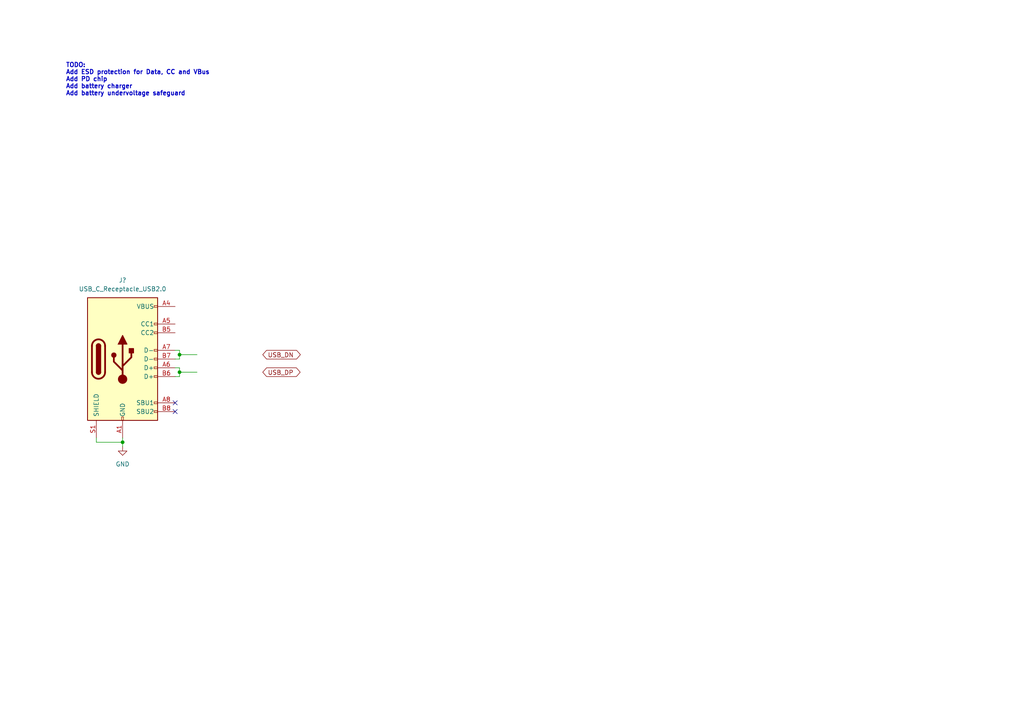
<source format=kicad_sch>
(kicad_sch (version 20211123) (generator eeschema)

  (uuid 0895eeed-4dd6-4f47-bce5-a419271b347f)

  (paper "A4")

  (lib_symbols
    (symbol "Connector:USB_C_Receptacle_USB2.0" (pin_names (offset 1.016)) (in_bom yes) (on_board yes)
      (property "Reference" "J" (id 0) (at -10.16 19.05 0)
        (effects (font (size 1.27 1.27)) (justify left))
      )
      (property "Value" "USB_C_Receptacle_USB2.0" (id 1) (at 19.05 19.05 0)
        (effects (font (size 1.27 1.27)) (justify right))
      )
      (property "Footprint" "" (id 2) (at 3.81 0 0)
        (effects (font (size 1.27 1.27)) hide)
      )
      (property "Datasheet" "https://www.usb.org/sites/default/files/documents/usb_type-c.zip" (id 3) (at 3.81 0 0)
        (effects (font (size 1.27 1.27)) hide)
      )
      (property "ki_keywords" "usb universal serial bus type-C USB2.0" (id 4) (at 0 0 0)
        (effects (font (size 1.27 1.27)) hide)
      )
      (property "ki_description" "USB 2.0-only Type-C Receptacle connector" (id 5) (at 0 0 0)
        (effects (font (size 1.27 1.27)) hide)
      )
      (property "ki_fp_filters" "USB*C*Receptacle*" (id 6) (at 0 0 0)
        (effects (font (size 1.27 1.27)) hide)
      )
      (symbol "USB_C_Receptacle_USB2.0_0_0"
        (rectangle (start -0.254 -17.78) (end 0.254 -16.764)
          (stroke (width 0) (type default) (color 0 0 0 0))
          (fill (type none))
        )
        (rectangle (start 10.16 -14.986) (end 9.144 -15.494)
          (stroke (width 0) (type default) (color 0 0 0 0))
          (fill (type none))
        )
        (rectangle (start 10.16 -12.446) (end 9.144 -12.954)
          (stroke (width 0) (type default) (color 0 0 0 0))
          (fill (type none))
        )
        (rectangle (start 10.16 -4.826) (end 9.144 -5.334)
          (stroke (width 0) (type default) (color 0 0 0 0))
          (fill (type none))
        )
        (rectangle (start 10.16 -2.286) (end 9.144 -2.794)
          (stroke (width 0) (type default) (color 0 0 0 0))
          (fill (type none))
        )
        (rectangle (start 10.16 0.254) (end 9.144 -0.254)
          (stroke (width 0) (type default) (color 0 0 0 0))
          (fill (type none))
        )
        (rectangle (start 10.16 2.794) (end 9.144 2.286)
          (stroke (width 0) (type default) (color 0 0 0 0))
          (fill (type none))
        )
        (rectangle (start 10.16 7.874) (end 9.144 7.366)
          (stroke (width 0) (type default) (color 0 0 0 0))
          (fill (type none))
        )
        (rectangle (start 10.16 10.414) (end 9.144 9.906)
          (stroke (width 0) (type default) (color 0 0 0 0))
          (fill (type none))
        )
        (rectangle (start 10.16 15.494) (end 9.144 14.986)
          (stroke (width 0) (type default) (color 0 0 0 0))
          (fill (type none))
        )
      )
      (symbol "USB_C_Receptacle_USB2.0_0_1"
        (rectangle (start -10.16 17.78) (end 10.16 -17.78)
          (stroke (width 0.254) (type default) (color 0 0 0 0))
          (fill (type background))
        )
        (arc (start -8.89 -3.81) (mid -6.985 -5.715) (end -5.08 -3.81)
          (stroke (width 0.508) (type default) (color 0 0 0 0))
          (fill (type none))
        )
        (arc (start -7.62 -3.81) (mid -6.985 -4.445) (end -6.35 -3.81)
          (stroke (width 0.254) (type default) (color 0 0 0 0))
          (fill (type none))
        )
        (arc (start -7.62 -3.81) (mid -6.985 -4.445) (end -6.35 -3.81)
          (stroke (width 0.254) (type default) (color 0 0 0 0))
          (fill (type outline))
        )
        (rectangle (start -7.62 -3.81) (end -6.35 3.81)
          (stroke (width 0.254) (type default) (color 0 0 0 0))
          (fill (type outline))
        )
        (arc (start -6.35 3.81) (mid -6.985 4.445) (end -7.62 3.81)
          (stroke (width 0.254) (type default) (color 0 0 0 0))
          (fill (type none))
        )
        (arc (start -6.35 3.81) (mid -6.985 4.445) (end -7.62 3.81)
          (stroke (width 0.254) (type default) (color 0 0 0 0))
          (fill (type outline))
        )
        (arc (start -5.08 3.81) (mid -6.985 5.715) (end -8.89 3.81)
          (stroke (width 0.508) (type default) (color 0 0 0 0))
          (fill (type none))
        )
        (circle (center -2.54 1.143) (radius 0.635)
          (stroke (width 0.254) (type default) (color 0 0 0 0))
          (fill (type outline))
        )
        (circle (center 0 -5.842) (radius 1.27)
          (stroke (width 0) (type default) (color 0 0 0 0))
          (fill (type outline))
        )
        (polyline
          (pts
            (xy -8.89 -3.81)
            (xy -8.89 3.81)
          )
          (stroke (width 0.508) (type default) (color 0 0 0 0))
          (fill (type none))
        )
        (polyline
          (pts
            (xy -5.08 3.81)
            (xy -5.08 -3.81)
          )
          (stroke (width 0.508) (type default) (color 0 0 0 0))
          (fill (type none))
        )
        (polyline
          (pts
            (xy 0 -5.842)
            (xy 0 4.318)
          )
          (stroke (width 0.508) (type default) (color 0 0 0 0))
          (fill (type none))
        )
        (polyline
          (pts
            (xy 0 -3.302)
            (xy -2.54 -0.762)
            (xy -2.54 0.508)
          )
          (stroke (width 0.508) (type default) (color 0 0 0 0))
          (fill (type none))
        )
        (polyline
          (pts
            (xy 0 -2.032)
            (xy 2.54 0.508)
            (xy 2.54 1.778)
          )
          (stroke (width 0.508) (type default) (color 0 0 0 0))
          (fill (type none))
        )
        (polyline
          (pts
            (xy -1.27 4.318)
            (xy 0 6.858)
            (xy 1.27 4.318)
            (xy -1.27 4.318)
          )
          (stroke (width 0.254) (type default) (color 0 0 0 0))
          (fill (type outline))
        )
        (rectangle (start 1.905 1.778) (end 3.175 3.048)
          (stroke (width 0.254) (type default) (color 0 0 0 0))
          (fill (type outline))
        )
      )
      (symbol "USB_C_Receptacle_USB2.0_1_1"
        (pin passive line (at 0 -22.86 90) (length 5.08)
          (name "GND" (effects (font (size 1.27 1.27))))
          (number "A1" (effects (font (size 1.27 1.27))))
        )
        (pin passive line (at 0 -22.86 90) (length 5.08) hide
          (name "GND" (effects (font (size 1.27 1.27))))
          (number "A12" (effects (font (size 1.27 1.27))))
        )
        (pin passive line (at 15.24 15.24 180) (length 5.08)
          (name "VBUS" (effects (font (size 1.27 1.27))))
          (number "A4" (effects (font (size 1.27 1.27))))
        )
        (pin bidirectional line (at 15.24 10.16 180) (length 5.08)
          (name "CC1" (effects (font (size 1.27 1.27))))
          (number "A5" (effects (font (size 1.27 1.27))))
        )
        (pin bidirectional line (at 15.24 -2.54 180) (length 5.08)
          (name "D+" (effects (font (size 1.27 1.27))))
          (number "A6" (effects (font (size 1.27 1.27))))
        )
        (pin bidirectional line (at 15.24 2.54 180) (length 5.08)
          (name "D-" (effects (font (size 1.27 1.27))))
          (number "A7" (effects (font (size 1.27 1.27))))
        )
        (pin bidirectional line (at 15.24 -12.7 180) (length 5.08)
          (name "SBU1" (effects (font (size 1.27 1.27))))
          (number "A8" (effects (font (size 1.27 1.27))))
        )
        (pin passive line (at 15.24 15.24 180) (length 5.08) hide
          (name "VBUS" (effects (font (size 1.27 1.27))))
          (number "A9" (effects (font (size 1.27 1.27))))
        )
        (pin passive line (at 0 -22.86 90) (length 5.08) hide
          (name "GND" (effects (font (size 1.27 1.27))))
          (number "B1" (effects (font (size 1.27 1.27))))
        )
        (pin passive line (at 0 -22.86 90) (length 5.08) hide
          (name "GND" (effects (font (size 1.27 1.27))))
          (number "B12" (effects (font (size 1.27 1.27))))
        )
        (pin passive line (at 15.24 15.24 180) (length 5.08) hide
          (name "VBUS" (effects (font (size 1.27 1.27))))
          (number "B4" (effects (font (size 1.27 1.27))))
        )
        (pin bidirectional line (at 15.24 7.62 180) (length 5.08)
          (name "CC2" (effects (font (size 1.27 1.27))))
          (number "B5" (effects (font (size 1.27 1.27))))
        )
        (pin bidirectional line (at 15.24 -5.08 180) (length 5.08)
          (name "D+" (effects (font (size 1.27 1.27))))
          (number "B6" (effects (font (size 1.27 1.27))))
        )
        (pin bidirectional line (at 15.24 0 180) (length 5.08)
          (name "D-" (effects (font (size 1.27 1.27))))
          (number "B7" (effects (font (size 1.27 1.27))))
        )
        (pin bidirectional line (at 15.24 -15.24 180) (length 5.08)
          (name "SBU2" (effects (font (size 1.27 1.27))))
          (number "B8" (effects (font (size 1.27 1.27))))
        )
        (pin passive line (at 15.24 15.24 180) (length 5.08) hide
          (name "VBUS" (effects (font (size 1.27 1.27))))
          (number "B9" (effects (font (size 1.27 1.27))))
        )
        (pin passive line (at -7.62 -22.86 90) (length 5.08)
          (name "SHIELD" (effects (font (size 1.27 1.27))))
          (number "S1" (effects (font (size 1.27 1.27))))
        )
      )
    )
    (symbol "power:GND" (power) (pin_names (offset 0)) (in_bom yes) (on_board yes)
      (property "Reference" "#PWR" (id 0) (at 0 -6.35 0)
        (effects (font (size 1.27 1.27)) hide)
      )
      (property "Value" "GND" (id 1) (at 0 -3.81 0)
        (effects (font (size 1.27 1.27)))
      )
      (property "Footprint" "" (id 2) (at 0 0 0)
        (effects (font (size 1.27 1.27)) hide)
      )
      (property "Datasheet" "" (id 3) (at 0 0 0)
        (effects (font (size 1.27 1.27)) hide)
      )
      (property "ki_keywords" "power-flag" (id 4) (at 0 0 0)
        (effects (font (size 1.27 1.27)) hide)
      )
      (property "ki_description" "Power symbol creates a global label with name \"GND\" , ground" (id 5) (at 0 0 0)
        (effects (font (size 1.27 1.27)) hide)
      )
      (symbol "GND_0_1"
        (polyline
          (pts
            (xy 0 0)
            (xy 0 -1.27)
            (xy 1.27 -1.27)
            (xy 0 -2.54)
            (xy -1.27 -1.27)
            (xy 0 -1.27)
          )
          (stroke (width 0) (type default) (color 0 0 0 0))
          (fill (type none))
        )
      )
      (symbol "GND_1_1"
        (pin power_in line (at 0 0 270) (length 0) hide
          (name "GND" (effects (font (size 1.27 1.27))))
          (number "1" (effects (font (size 1.27 1.27))))
        )
      )
    )
  )

  (junction (at 35.56 128.27) (diameter 0) (color 0 0 0 0)
    (uuid 187822b3-7e99-4bf1-80a2-dd0a3f44533b)
  )
  (junction (at 52.07 102.87) (diameter 0) (color 0 0 0 0)
    (uuid 7185c908-223a-4948-9ddc-7063fbd6bfbb)
  )
  (junction (at 52.07 107.95) (diameter 0) (color 0 0 0 0)
    (uuid ed4fcd73-df39-4083-802a-e97a2f65892d)
  )

  (no_connect (at 50.8 116.84) (uuid 9c177a2a-9c7e-4bec-ad41-5b8e94e37665))
  (no_connect (at 50.8 119.38) (uuid de109aa9-5f21-4447-9066-31ab935adceb))

  (wire (pts (xy 50.8 101.6) (xy 52.07 101.6))
    (stroke (width 0) (type default) (color 0 0 0 0))
    (uuid 1807b267-487e-4758-9585-d5bca384785b)
  )
  (wire (pts (xy 52.07 101.6) (xy 52.07 102.87))
    (stroke (width 0) (type default) (color 0 0 0 0))
    (uuid 311617d6-1ed8-466d-ae85-6ffd9db667e8)
  )
  (wire (pts (xy 52.07 109.22) (xy 52.07 107.95))
    (stroke (width 0) (type default) (color 0 0 0 0))
    (uuid 31aaf41d-1f60-4fac-9567-ad8371037c1f)
  )
  (wire (pts (xy 35.56 128.27) (xy 35.56 127))
    (stroke (width 0) (type default) (color 0 0 0 0))
    (uuid 37f8a409-ad3d-4391-8035-74506fc3e433)
  )
  (wire (pts (xy 52.07 102.87) (xy 57.15 102.87))
    (stroke (width 0) (type default) (color 0 0 0 0))
    (uuid 3fdaa342-e832-4939-a21c-962400926964)
  )
  (wire (pts (xy 52.07 106.68) (xy 52.07 107.95))
    (stroke (width 0) (type default) (color 0 0 0 0))
    (uuid 44b6c62c-9ac6-48ad-bcab-34c7d6f4cfbb)
  )
  (wire (pts (xy 52.07 107.95) (xy 57.15 107.95))
    (stroke (width 0) (type default) (color 0 0 0 0))
    (uuid 96e11116-38b7-4536-bfd4-33bf4a072af5)
  )
  (wire (pts (xy 27.94 127) (xy 27.94 128.27))
    (stroke (width 0) (type default) (color 0 0 0 0))
    (uuid 9ec3973f-7a82-4814-afc2-425e5ecfe736)
  )
  (wire (pts (xy 50.8 104.14) (xy 52.07 104.14))
    (stroke (width 0) (type default) (color 0 0 0 0))
    (uuid a68ed8af-8695-48df-bed7-393d44158175)
  )
  (wire (pts (xy 52.07 104.14) (xy 52.07 102.87))
    (stroke (width 0) (type default) (color 0 0 0 0))
    (uuid a8c721f4-35f6-4249-9d4c-0739614010a9)
  )
  (wire (pts (xy 27.94 128.27) (xy 35.56 128.27))
    (stroke (width 0) (type default) (color 0 0 0 0))
    (uuid ad1b6901-1a41-4346-8f45-26071cdf7810)
  )
  (wire (pts (xy 35.56 128.27) (xy 35.56 129.54))
    (stroke (width 0) (type default) (color 0 0 0 0))
    (uuid ce33081a-84a8-4d06-8537-fd545593346a)
  )
  (wire (pts (xy 50.8 106.68) (xy 52.07 106.68))
    (stroke (width 0) (type default) (color 0 0 0 0))
    (uuid d4dbde07-b679-4bf7-9f48-c87de63d0144)
  )
  (wire (pts (xy 50.8 109.22) (xy 52.07 109.22))
    (stroke (width 0) (type default) (color 0 0 0 0))
    (uuid e2ea58ab-6158-4672-b69a-94c565df9595)
  )

  (text "TODO:\nAdd ESD protection for Data, CC and VBus\nAdd PD chip\nAdd battery charger\nAdd battery undervoltage safeguard"
    (at 19.05 27.94 0)
    (effects (font (size 1.27 1.27) (thickness 0.254) bold) (justify left bottom))
    (uuid 9f180b9d-6863-4719-abe7-e601418f1ced)
  )

  (global_label "USB_DN" (shape bidirectional) (at 76.2 102.87 0) (fields_autoplaced)
    (effects (font (size 1.27 1.27)) (justify left))
    (uuid 7d428db6-380d-4ec8-9d34-22d57800644b)
    (property "Intersheet References" "${INTERSHEET_REFS}" (id 0) (at 85.9912 102.7906 0)
      (effects (font (size 1.27 1.27)) (justify left) hide)
    )
  )
  (global_label "USB_DP" (shape bidirectional) (at 76.2 107.95 0) (fields_autoplaced)
    (effects (font (size 1.27 1.27)) (justify left))
    (uuid d8e51c1a-552e-4ab0-a6e0-6e00fe6254cb)
    (property "Intersheet References" "${INTERSHEET_REFS}" (id 0) (at 85.9307 107.8706 0)
      (effects (font (size 1.27 1.27)) (justify left) hide)
    )
  )

  (symbol (lib_id "Connector:USB_C_Receptacle_USB2.0") (at 35.56 104.14 0) (unit 1)
    (in_bom yes) (on_board yes) (fields_autoplaced)
    (uuid 19168c9c-2042-4df1-93bb-12485da2e6dc)
    (property "Reference" "J?" (id 0) (at 35.56 81.28 0))
    (property "Value" "USB_C_Receptacle_USB2.0" (id 1) (at 35.56 83.82 0))
    (property "Footprint" "max_tails_library:USB_C_Receptacle_Korean_Hroparts_Elec-31-M-12_JLC" (id 2) (at 39.37 104.14 0)
      (effects (font (size 1.27 1.27)) hide)
    )
    (property "Datasheet" "https://datasheet.lcsc.com/lcsc/1811131825_Korean-Hroparts-Elec-TYPE-C-31-M-12_C165948.pdf" (id 3) (at 39.37 104.14 0)
      (effects (font (size 1.27 1.27)) hide)
    )
    (property "LCSC" "C165948" (id 4) (at 35.56 104.14 0)
      (effects (font (size 1.27 1.27)) hide)
    )
    (pin "A1" (uuid 28100822-1506-4e20-8489-54907ae54a05))
    (pin "A12" (uuid f3f645df-9f5a-44ab-bf51-d5d50aa7d40d))
    (pin "A4" (uuid 227e6256-72b1-4967-b946-cadcb6f4cd6f))
    (pin "A5" (uuid b09fd74d-7b85-4a69-9cb2-8d7448ed31fd))
    (pin "A6" (uuid 591e657e-657d-4f19-9c12-49f05541b94f))
    (pin "A7" (uuid 6bb0ec83-74c8-4d63-81fd-3656fff4ddae))
    (pin "A8" (uuid 2726e3b0-98db-4e92-87d7-b95596d3eab0))
    (pin "A9" (uuid 40a19d6e-5f74-4764-94ab-1cef0c5b24a5))
    (pin "B1" (uuid 75ff2596-718c-4399-9bd8-760ea54a194d))
    (pin "B12" (uuid a923b6fe-96c1-462d-8d6e-eb3c1b13f118))
    (pin "B4" (uuid 2bf47f75-d913-481e-b060-f5385541b6c5))
    (pin "B5" (uuid 1f7a38e5-261b-40a4-9c0d-a80fbf20dfd2))
    (pin "B6" (uuid b8e120bb-7c97-49fe-a15c-d51988420e9d))
    (pin "B7" (uuid 79a73f01-614a-4c1d-81ff-79935c88f4e3))
    (pin "B8" (uuid 13e4aeb9-8f1d-4aef-a83e-aece0bf3acdf))
    (pin "B9" (uuid 18b226c7-bfcb-4c03-a169-cd2a4e774944))
    (pin "S1" (uuid f8b19eb8-ab19-4412-a5e2-9174dd5dbba5))
  )

  (symbol (lib_id "power:GND") (at 35.56 129.54 0) (unit 1)
    (in_bom yes) (on_board yes) (fields_autoplaced)
    (uuid 7acd5584-a51a-4ef2-9a66-d250097319c5)
    (property "Reference" "#PWR?" (id 0) (at 35.56 135.89 0)
      (effects (font (size 1.27 1.27)) hide)
    )
    (property "Value" "GND" (id 1) (at 35.56 134.62 0))
    (property "Footprint" "" (id 2) (at 35.56 129.54 0)
      (effects (font (size 1.27 1.27)) hide)
    )
    (property "Datasheet" "" (id 3) (at 35.56 129.54 0)
      (effects (font (size 1.27 1.27)) hide)
    )
    (pin "1" (uuid 5e8c7d56-5d32-47f5-a1e3-16657ae00c5a))
  )
)

</source>
